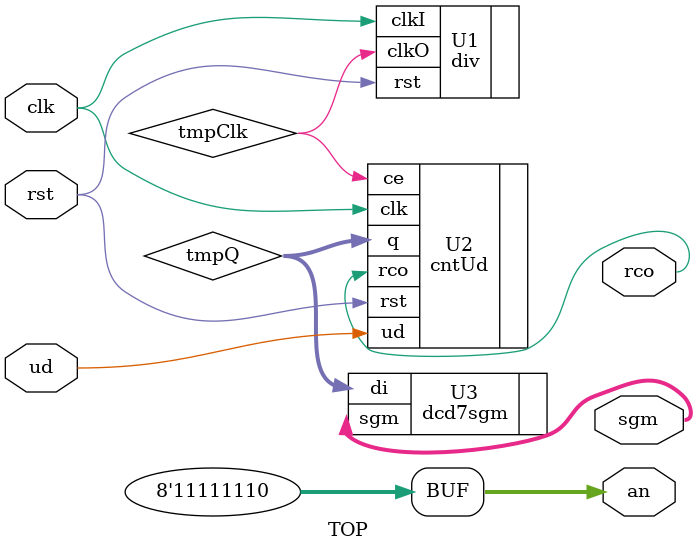
<source format=v>
`timescale 1ns / 1ps


module TOP(
    input rst,clk,
    input ud,
    output [7:0]an,
    output [7:0]sgm,
    output rco
    );
    
    wire tmpClk;
    wire [3:0]tmpQ;
    
    assign an=8'b11111110;
    
    div U1(
        .rst(rst),
        .clkI(clk),
        .clkO(tmpClk)
        );
    
    cntUd U2(
        .ce(tmpClk),
        .ud(ud),
        .rst(rst),
        .clk(clk),
        .q(tmpQ),
        .rco(rco)
        );    
    
    dcd7sgm U3(
        .di(tmpQ),
        .sgm(sgm)
        );       
    
    
endmodule

</source>
